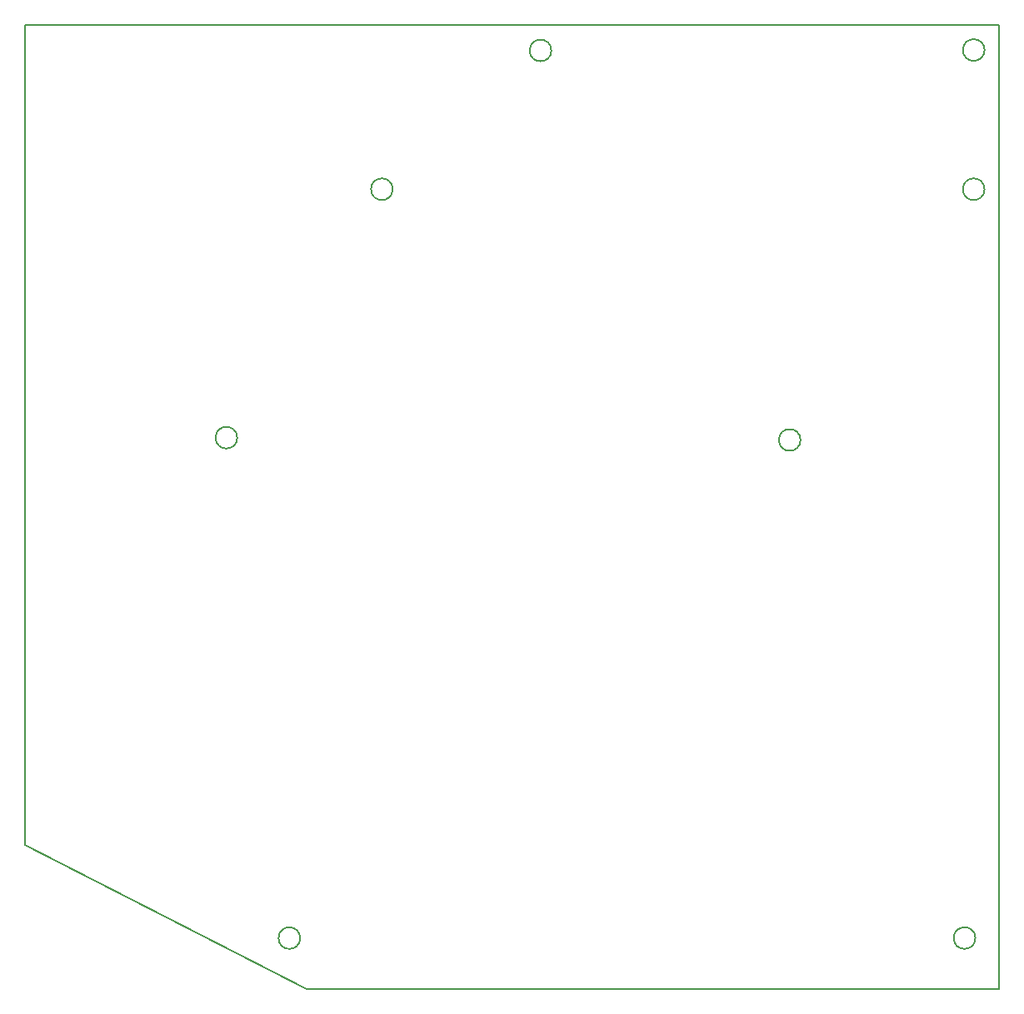
<source format=gbr>
G04 #@! TF.GenerationSoftware,KiCad,Pcbnew,(5.1.6-0-10_14)*
G04 #@! TF.CreationDate,2022-07-16T23:36:19+09:00*
G04 #@! TF.ProjectId,cool536,636f6f6c-3533-4362-9e6b-696361645f70,rev?*
G04 #@! TF.SameCoordinates,Original*
G04 #@! TF.FileFunction,Profile,NP*
%FSLAX46Y46*%
G04 Gerber Fmt 4.6, Leading zero omitted, Abs format (unit mm)*
G04 Created by KiCad (PCBNEW (5.1.6-0-10_14)) date 2022-07-16 23:36:19*
%MOMM*%
%LPD*%
G01*
G04 APERTURE LIST*
G04 #@! TA.AperFunction,Profile*
%ADD10C,0.150000*%
G04 #@! TD*
G04 APERTURE END LIST*
D10*
X42470000Y22100000D02*
G75*
G03*
X42470000Y22100000I-1100000J0D01*
G01*
X26350000Y7990000D02*
G75*
G03*
X26350000Y7990000I-1100000J0D01*
G01*
X67790000Y-17510000D02*
G75*
G03*
X67790000Y-17510000I-1100000J0D01*
G01*
X10550000Y-17280000D02*
G75*
G03*
X10550000Y-17280000I-1100000J0D01*
G01*
X16950000Y-68170000D02*
G75*
G03*
X16950000Y-68170000I-1100000J0D01*
G01*
X86490000Y7990000D02*
G75*
G03*
X86490000Y7990000I-1100000J0D01*
G01*
X85560000Y-68170000D02*
G75*
G03*
X85560000Y-68170000I-1100000J0D01*
G01*
X87950000Y24690000D02*
X87950000Y-73360000D01*
X-11000000Y24690000D02*
X87950000Y24690000D01*
X-11000000Y-58740000D02*
X-11000000Y24690000D01*
X17570000Y-73360000D02*
X-11000000Y-58740000D01*
X87950000Y-73360000D02*
X17570000Y-73360000D01*
X86490000Y22150000D02*
G75*
G03*
X86490000Y22150000I-1100000J0D01*
G01*
M02*

</source>
